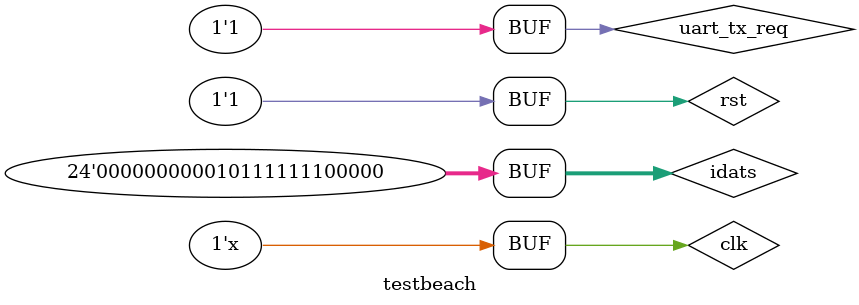
<source format=v>
`timescale 1ns/1ps





module testbeach();


    reg     clk;
    reg     rst;

    reg     uart_tx_req;
    wire    uart_txs_done;
    reg[23:0]   idats;



    wire        uart;
    


    wire[23:0]  odats;
    wire        uart_rxs_done;




    always #50 clk = ~clk;

    initial begin
        clk = 1'b1;
        rst = 1'b1;
        //idats =20'h5a5e ;
		  idats = 'd12256;
        uart_tx_req = 1'b0;//在initial中用reg

        #100
        rst = 1'b0;
        #100
        rst = 1'b1;

        #100
        uart_tx_req <= 1'b1;
    end
    

//    always@(posedge clk)
//        if(uart_txs_done == 1'b1)
//            idats <= idats + 'd2323;



uart_rxs#(
    .MulRXNum (3)
)UART_MulRX_HP(
    .sys_clk                            (clk),         /*ϵͳʱ�� 50M*/
    .rst_n                              (rst),          /*ϵͳ��λ*/

    .uart_rxs_done                      (uart_rxs_done),    /*���ڽ�������*/
   .odats                               (odats),           /*��������*/

    .uartrx                           (uart)         /*uart rx������*/
);

uart_str #( 
    .MulTXNum(3))   /*ÿ�η��͵ı�����*/
	 

UART_MulTXHP(
    
    .sys_clk                            (clk),         /*ϵͳʱ�� 50M*/
    .rst_n                              (rst),          /*ϵͳ��λ*/

    .uart_tx_req                        (uart_tx_req),   /*���ڷ�������*/
    .uart_txs_done                      (uart_txs_done),  /*���ڷ�������*/       

    .idats                              (idats),           /*���͵�����*/
    .uarttx                             (uart)        /*uart tx������*/
);




endmodule
</source>
